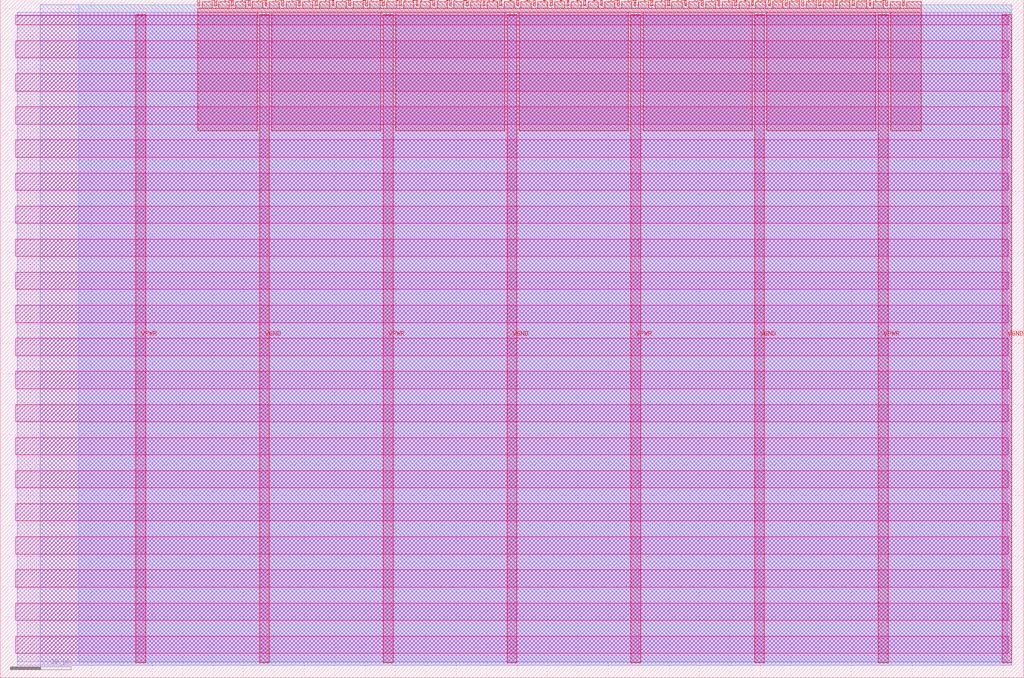
<source format=lef>
VERSION 5.7 ;
  NOWIREEXTENSIONATPIN ON ;
  DIVIDERCHAR "/" ;
  BUSBITCHARS "[]" ;
MACRO tt_um_diadatp_spigot_e
  CLASS BLOCK ;
  FOREIGN tt_um_diadatp_spigot_e ;
  ORIGIN 0.000 0.000 ;
  SIZE 168.360 BY 111.520 ;
  PIN VGND
    DIRECTION INOUT ;
    USE GROUND ;
    PORT
      LAYER met4 ;
        RECT 42.670 2.480 44.270 109.040 ;
    END
    PORT
      LAYER met4 ;
        RECT 83.380 2.480 84.980 109.040 ;
    END
    PORT
      LAYER met4 ;
        RECT 124.090 2.480 125.690 109.040 ;
    END
    PORT
      LAYER met4 ;
        RECT 164.800 2.480 166.400 109.040 ;
    END
  END VGND
  PIN VPWR
    DIRECTION INOUT ;
    USE POWER ;
    PORT
      LAYER met4 ;
        RECT 22.315 2.480 23.915 109.040 ;
    END
    PORT
      LAYER met4 ;
        RECT 63.025 2.480 64.625 109.040 ;
    END
    PORT
      LAYER met4 ;
        RECT 103.735 2.480 105.335 109.040 ;
    END
    PORT
      LAYER met4 ;
        RECT 144.445 2.480 146.045 109.040 ;
    END
  END VPWR
  PIN clk
    DIRECTION INPUT ;
    USE SIGNAL ;
    ANTENNAGATEAREA 0.852000 ;
    PORT
      LAYER met4 ;
        RECT 145.670 110.520 145.970 111.520 ;
    END
  END clk
  PIN ena
    DIRECTION INPUT ;
    USE SIGNAL ;
    ANTENNAGATEAREA 0.126000 ;
    PORT
      LAYER met4 ;
        RECT 148.430 110.520 148.730 111.520 ;
    END
  END ena
  PIN rst_n
    DIRECTION INPUT ;
    USE SIGNAL ;
    ANTENNAGATEAREA 0.213000 ;
    PORT
      LAYER met4 ;
        RECT 142.910 110.520 143.210 111.520 ;
    END
  END rst_n
  PIN ui_in[0]
    DIRECTION INPUT ;
    USE SIGNAL ;
    PORT
      LAYER met4 ;
        RECT 140.150 110.520 140.450 111.520 ;
    END
  END ui_in[0]
  PIN ui_in[1]
    DIRECTION INPUT ;
    USE SIGNAL ;
    PORT
      LAYER met4 ;
        RECT 137.390 110.520 137.690 111.520 ;
    END
  END ui_in[1]
  PIN ui_in[2]
    DIRECTION INPUT ;
    USE SIGNAL ;
    PORT
      LAYER met4 ;
        RECT 134.630 110.520 134.930 111.520 ;
    END
  END ui_in[2]
  PIN ui_in[3]
    DIRECTION INPUT ;
    USE SIGNAL ;
    PORT
      LAYER met4 ;
        RECT 131.870 110.520 132.170 111.520 ;
    END
  END ui_in[3]
  PIN ui_in[4]
    DIRECTION INPUT ;
    USE SIGNAL ;
    PORT
      LAYER met4 ;
        RECT 129.110 110.520 129.410 111.520 ;
    END
  END ui_in[4]
  PIN ui_in[5]
    DIRECTION INPUT ;
    USE SIGNAL ;
    PORT
      LAYER met4 ;
        RECT 126.350 110.520 126.650 111.520 ;
    END
  END ui_in[5]
  PIN ui_in[6]
    DIRECTION INPUT ;
    USE SIGNAL ;
    PORT
      LAYER met4 ;
        RECT 123.590 110.520 123.890 111.520 ;
    END
  END ui_in[6]
  PIN ui_in[7]
    DIRECTION INPUT ;
    USE SIGNAL ;
    PORT
      LAYER met4 ;
        RECT 120.830 110.520 121.130 111.520 ;
    END
  END ui_in[7]
  PIN uio_in[0]
    DIRECTION INPUT ;
    USE SIGNAL ;
    PORT
      LAYER met4 ;
        RECT 118.070 110.520 118.370 111.520 ;
    END
  END uio_in[0]
  PIN uio_in[1]
    DIRECTION INPUT ;
    USE SIGNAL ;
    PORT
      LAYER met4 ;
        RECT 115.310 110.520 115.610 111.520 ;
    END
  END uio_in[1]
  PIN uio_in[2]
    DIRECTION INPUT ;
    USE SIGNAL ;
    PORT
      LAYER met4 ;
        RECT 112.550 110.520 112.850 111.520 ;
    END
  END uio_in[2]
  PIN uio_in[3]
    DIRECTION INPUT ;
    USE SIGNAL ;
    PORT
      LAYER met4 ;
        RECT 109.790 110.520 110.090 111.520 ;
    END
  END uio_in[3]
  PIN uio_in[4]
    DIRECTION INPUT ;
    USE SIGNAL ;
    PORT
      LAYER met4 ;
        RECT 107.030 110.520 107.330 111.520 ;
    END
  END uio_in[4]
  PIN uio_in[5]
    DIRECTION INPUT ;
    USE SIGNAL ;
    PORT
      LAYER met4 ;
        RECT 104.270 110.520 104.570 111.520 ;
    END
  END uio_in[5]
  PIN uio_in[6]
    DIRECTION INPUT ;
    USE SIGNAL ;
    PORT
      LAYER met4 ;
        RECT 101.510 110.520 101.810 111.520 ;
    END
  END uio_in[6]
  PIN uio_in[7]
    DIRECTION INPUT ;
    USE SIGNAL ;
    PORT
      LAYER met4 ;
        RECT 98.750 110.520 99.050 111.520 ;
    END
  END uio_in[7]
  PIN uio_oe[0]
    DIRECTION OUTPUT TRISTATE ;
    USE SIGNAL ;
    PORT
      LAYER met4 ;
        RECT 51.830 110.520 52.130 111.520 ;
    END
  END uio_oe[0]
  PIN uio_oe[1]
    DIRECTION OUTPUT TRISTATE ;
    USE SIGNAL ;
    PORT
      LAYER met4 ;
        RECT 49.070 110.520 49.370 111.520 ;
    END
  END uio_oe[1]
  PIN uio_oe[2]
    DIRECTION OUTPUT TRISTATE ;
    USE SIGNAL ;
    PORT
      LAYER met4 ;
        RECT 46.310 110.520 46.610 111.520 ;
    END
  END uio_oe[2]
  PIN uio_oe[3]
    DIRECTION OUTPUT TRISTATE ;
    USE SIGNAL ;
    PORT
      LAYER met4 ;
        RECT 43.550 110.520 43.850 111.520 ;
    END
  END uio_oe[3]
  PIN uio_oe[4]
    DIRECTION OUTPUT TRISTATE ;
    USE SIGNAL ;
    PORT
      LAYER met4 ;
        RECT 40.790 110.520 41.090 111.520 ;
    END
  END uio_oe[4]
  PIN uio_oe[5]
    DIRECTION OUTPUT TRISTATE ;
    USE SIGNAL ;
    PORT
      LAYER met4 ;
        RECT 38.030 110.520 38.330 111.520 ;
    END
  END uio_oe[5]
  PIN uio_oe[6]
    DIRECTION OUTPUT TRISTATE ;
    USE SIGNAL ;
    PORT
      LAYER met4 ;
        RECT 35.270 110.520 35.570 111.520 ;
    END
  END uio_oe[6]
  PIN uio_oe[7]
    DIRECTION OUTPUT TRISTATE ;
    USE SIGNAL ;
    PORT
      LAYER met4 ;
        RECT 32.510 110.520 32.810 111.520 ;
    END
  END uio_oe[7]
  PIN uio_out[0]
    DIRECTION OUTPUT TRISTATE ;
    USE SIGNAL ;
    ANTENNADIFFAREA 0.445500 ;
    PORT
      LAYER met4 ;
        RECT 73.910 110.520 74.210 111.520 ;
    END
  END uio_out[0]
  PIN uio_out[1]
    DIRECTION OUTPUT TRISTATE ;
    USE SIGNAL ;
    ANTENNADIFFAREA 0.445500 ;
    PORT
      LAYER met4 ;
        RECT 71.150 110.520 71.450 111.520 ;
    END
  END uio_out[1]
  PIN uio_out[2]
    DIRECTION OUTPUT TRISTATE ;
    USE SIGNAL ;
    ANTENNADIFFAREA 0.445500 ;
    PORT
      LAYER met4 ;
        RECT 68.390 110.520 68.690 111.520 ;
    END
  END uio_out[2]
  PIN uio_out[3]
    DIRECTION OUTPUT TRISTATE ;
    USE SIGNAL ;
    ANTENNADIFFAREA 0.795200 ;
    PORT
      LAYER met4 ;
        RECT 65.630 110.520 65.930 111.520 ;
    END
  END uio_out[3]
  PIN uio_out[4]
    DIRECTION OUTPUT TRISTATE ;
    USE SIGNAL ;
    ANTENNADIFFAREA 0.445500 ;
    PORT
      LAYER met4 ;
        RECT 62.870 110.520 63.170 111.520 ;
    END
  END uio_out[4]
  PIN uio_out[5]
    DIRECTION OUTPUT TRISTATE ;
    USE SIGNAL ;
    ANTENNADIFFAREA 0.795200 ;
    PORT
      LAYER met4 ;
        RECT 60.110 110.520 60.410 111.520 ;
    END
  END uio_out[5]
  PIN uio_out[6]
    DIRECTION OUTPUT TRISTATE ;
    USE SIGNAL ;
    ANTENNADIFFAREA 0.795200 ;
    PORT
      LAYER met4 ;
        RECT 57.350 110.520 57.650 111.520 ;
    END
  END uio_out[6]
  PIN uio_out[7]
    DIRECTION OUTPUT TRISTATE ;
    USE SIGNAL ;
    ANTENNADIFFAREA 0.445500 ;
    PORT
      LAYER met4 ;
        RECT 54.590 110.520 54.890 111.520 ;
    END
  END uio_out[7]
  PIN uo_out[0]
    DIRECTION OUTPUT TRISTATE ;
    USE SIGNAL ;
    ANTENNADIFFAREA 0.795200 ;
    PORT
      LAYER met4 ;
        RECT 95.990 110.520 96.290 111.520 ;
    END
  END uo_out[0]
  PIN uo_out[1]
    DIRECTION OUTPUT TRISTATE ;
    USE SIGNAL ;
    ANTENNADIFFAREA 0.445500 ;
    PORT
      LAYER met4 ;
        RECT 93.230 110.520 93.530 111.520 ;
    END
  END uo_out[1]
  PIN uo_out[2]
    DIRECTION OUTPUT TRISTATE ;
    USE SIGNAL ;
    ANTENNADIFFAREA 0.795200 ;
    PORT
      LAYER met4 ;
        RECT 90.470 110.520 90.770 111.520 ;
    END
  END uo_out[2]
  PIN uo_out[3]
    DIRECTION OUTPUT TRISTATE ;
    USE SIGNAL ;
    ANTENNADIFFAREA 0.795200 ;
    PORT
      LAYER met4 ;
        RECT 87.710 110.520 88.010 111.520 ;
    END
  END uo_out[3]
  PIN uo_out[4]
    DIRECTION OUTPUT TRISTATE ;
    USE SIGNAL ;
    ANTENNADIFFAREA 0.795200 ;
    PORT
      LAYER met4 ;
        RECT 84.950 110.520 85.250 111.520 ;
    END
  END uo_out[4]
  PIN uo_out[5]
    DIRECTION OUTPUT TRISTATE ;
    USE SIGNAL ;
    ANTENNADIFFAREA 0.445500 ;
    PORT
      LAYER met4 ;
        RECT 82.190 110.520 82.490 111.520 ;
    END
  END uo_out[5]
  PIN uo_out[6]
    DIRECTION OUTPUT TRISTATE ;
    USE SIGNAL ;
    ANTENNADIFFAREA 0.795200 ;
    PORT
      LAYER met4 ;
        RECT 79.430 110.520 79.730 111.520 ;
    END
  END uo_out[6]
  PIN uo_out[7]
    DIRECTION OUTPUT TRISTATE ;
    USE SIGNAL ;
    ANTENNADIFFAREA 0.795200 ;
    PORT
      LAYER met4 ;
        RECT 76.670 110.520 76.970 111.520 ;
    END
  END uo_out[7]
  OBS
      LAYER nwell ;
        RECT 2.570 107.385 165.790 108.990 ;
        RECT 2.570 101.945 165.790 104.775 ;
        RECT 2.570 96.505 165.790 99.335 ;
        RECT 2.570 91.065 165.790 93.895 ;
        RECT 2.570 85.625 165.790 88.455 ;
        RECT 2.570 80.185 165.790 83.015 ;
        RECT 2.570 74.745 165.790 77.575 ;
        RECT 2.570 69.305 165.790 72.135 ;
        RECT 2.570 63.865 165.790 66.695 ;
        RECT 2.570 58.425 165.790 61.255 ;
        RECT 2.570 52.985 165.790 55.815 ;
        RECT 2.570 47.545 165.790 50.375 ;
        RECT 2.570 42.105 165.790 44.935 ;
        RECT 2.570 36.665 165.790 39.495 ;
        RECT 2.570 31.225 165.790 34.055 ;
        RECT 2.570 25.785 165.790 28.615 ;
        RECT 2.570 20.345 165.790 23.175 ;
        RECT 2.570 14.905 165.790 17.735 ;
        RECT 2.570 9.465 165.790 12.295 ;
        RECT 2.570 4.025 165.790 6.855 ;
      LAYER li1 ;
        RECT 2.760 2.635 165.600 108.885 ;
      LAYER met1 ;
        RECT 2.760 2.080 166.400 109.440 ;
      LAYER met2 ;
        RECT 6.540 2.050 166.370 110.685 ;
      LAYER met3 ;
        RECT 12.945 2.555 166.390 110.665 ;
      LAYER met4 ;
        RECT 33.210 110.120 34.870 111.170 ;
        RECT 35.970 110.120 37.630 111.170 ;
        RECT 38.730 110.120 40.390 111.170 ;
        RECT 41.490 110.120 43.150 111.170 ;
        RECT 44.250 110.120 45.910 111.170 ;
        RECT 47.010 110.120 48.670 111.170 ;
        RECT 49.770 110.120 51.430 111.170 ;
        RECT 52.530 110.120 54.190 111.170 ;
        RECT 55.290 110.120 56.950 111.170 ;
        RECT 58.050 110.120 59.710 111.170 ;
        RECT 60.810 110.120 62.470 111.170 ;
        RECT 63.570 110.120 65.230 111.170 ;
        RECT 66.330 110.120 67.990 111.170 ;
        RECT 69.090 110.120 70.750 111.170 ;
        RECT 71.850 110.120 73.510 111.170 ;
        RECT 74.610 110.120 76.270 111.170 ;
        RECT 77.370 110.120 79.030 111.170 ;
        RECT 80.130 110.120 81.790 111.170 ;
        RECT 82.890 110.120 84.550 111.170 ;
        RECT 85.650 110.120 87.310 111.170 ;
        RECT 88.410 110.120 90.070 111.170 ;
        RECT 91.170 110.120 92.830 111.170 ;
        RECT 93.930 110.120 95.590 111.170 ;
        RECT 96.690 110.120 98.350 111.170 ;
        RECT 99.450 110.120 101.110 111.170 ;
        RECT 102.210 110.120 103.870 111.170 ;
        RECT 104.970 110.120 106.630 111.170 ;
        RECT 107.730 110.120 109.390 111.170 ;
        RECT 110.490 110.120 112.150 111.170 ;
        RECT 113.250 110.120 114.910 111.170 ;
        RECT 116.010 110.120 117.670 111.170 ;
        RECT 118.770 110.120 120.430 111.170 ;
        RECT 121.530 110.120 123.190 111.170 ;
        RECT 124.290 110.120 125.950 111.170 ;
        RECT 127.050 110.120 128.710 111.170 ;
        RECT 129.810 110.120 131.470 111.170 ;
        RECT 132.570 110.120 134.230 111.170 ;
        RECT 135.330 110.120 136.990 111.170 ;
        RECT 138.090 110.120 139.750 111.170 ;
        RECT 140.850 110.120 142.510 111.170 ;
        RECT 143.610 110.120 145.270 111.170 ;
        RECT 146.370 110.120 148.030 111.170 ;
        RECT 149.130 110.120 151.505 111.170 ;
        RECT 32.495 109.440 151.505 110.120 ;
        RECT 32.495 89.935 42.270 109.440 ;
        RECT 44.670 89.935 62.625 109.440 ;
        RECT 65.025 89.935 82.980 109.440 ;
        RECT 85.380 89.935 103.335 109.440 ;
        RECT 105.735 89.935 123.690 109.440 ;
        RECT 126.090 89.935 144.045 109.440 ;
        RECT 146.445 89.935 151.505 109.440 ;
  END
END tt_um_diadatp_spigot_e
END LIBRARY


</source>
